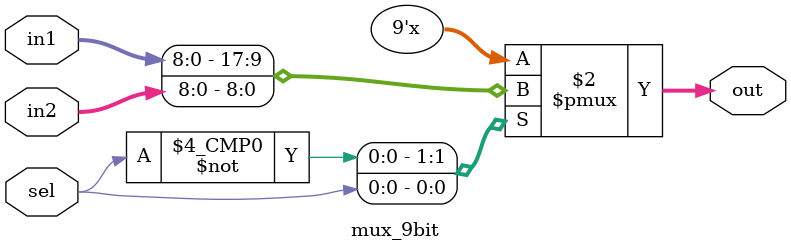
<source format=v>
module mux_9bit(input [8:0] in1,
				input [8:0] in2,
				input sel,
				output reg [8:0] out);
					  
	always @ (*) begin
	
		case(sel)	
			1'b0 : out = in1;
			1'b1 : out = in2;		
		endcase
		
	end
					  
endmodule
</source>
